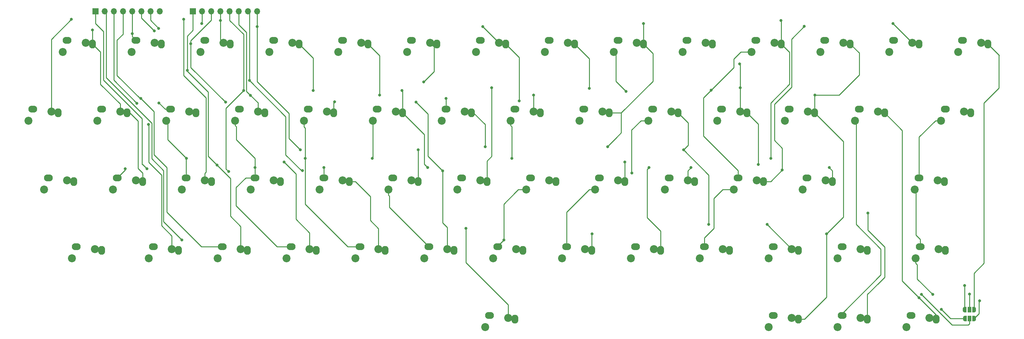
<source format=gbr>
G04 #@! TF.GenerationSoftware,KiCad,Pcbnew,7.0.6*
G04 #@! TF.CreationDate,2024-02-02T16:23:30-05:00*
G04 #@! TF.ProjectId,Galaksija-mx,47616c61-6b73-4696-9a61-2d6d782e6b69,1.0*
G04 #@! TF.SameCoordinates,Original*
G04 #@! TF.FileFunction,Copper,L2,Bot*
G04 #@! TF.FilePolarity,Positive*
%FSLAX46Y46*%
G04 Gerber Fmt 4.6, Leading zero omitted, Abs format (unit mm)*
G04 Created by KiCad (PCBNEW 7.0.6) date 2024-02-02 16:23:30*
%MOMM*%
%LPD*%
G01*
G04 APERTURE LIST*
G04 Aperture macros list*
%AMFreePoly0*
4,1,19,0.550000,-0.750000,0.000000,-0.750000,0.000000,-0.744911,-0.071157,-0.744911,-0.207708,-0.704816,-0.327430,-0.627875,-0.420627,-0.520320,-0.479746,-0.390866,-0.500000,-0.250000,-0.500000,0.250000,-0.479746,0.390866,-0.420627,0.520320,-0.327430,0.627875,-0.207708,0.704816,-0.071157,0.744911,0.000000,0.744911,0.000000,0.750000,0.550000,0.750000,0.550000,-0.750000,0.550000,-0.750000,
$1*%
%AMFreePoly1*
4,1,19,0.000000,0.744911,0.071157,0.744911,0.207708,0.704816,0.327430,0.627875,0.420627,0.520320,0.479746,0.390866,0.500000,0.250000,0.500000,-0.250000,0.479746,-0.390866,0.420627,-0.520320,0.327430,-0.627875,0.207708,-0.704816,0.071157,-0.744911,0.000000,-0.744911,0.000000,-0.750000,-0.550000,-0.750000,-0.550000,0.750000,0.000000,0.750000,0.000000,0.744911,0.000000,0.744911,
$1*%
G04 Aperture macros list end*
G04 #@! TA.AperFunction,ComponentPad*
%ADD10C,2.200000*%
G04 #@! TD*
G04 #@! TA.AperFunction,ComponentPad*
%ADD11O,1.900000X2.450000*%
G04 #@! TD*
G04 #@! TA.AperFunction,ComponentPad*
%ADD12O,2.450000X1.900000*%
G04 #@! TD*
G04 #@! TA.AperFunction,ComponentPad*
%ADD13R,1.700000X1.700000*%
G04 #@! TD*
G04 #@! TA.AperFunction,ComponentPad*
%ADD14O,1.700000X1.700000*%
G04 #@! TD*
G04 #@! TA.AperFunction,SMDPad,CuDef*
%ADD15FreePoly0,180.000000*%
G04 #@! TD*
G04 #@! TA.AperFunction,SMDPad,CuDef*
%ADD16R,1.000000X1.500000*%
G04 #@! TD*
G04 #@! TA.AperFunction,SMDPad,CuDef*
%ADD17FreePoly1,180.000000*%
G04 #@! TD*
G04 #@! TA.AperFunction,ViaPad*
%ADD18C,0.800000*%
G04 #@! TD*
G04 #@! TA.AperFunction,Conductor*
%ADD19C,0.250000*%
G04 #@! TD*
G04 APERTURE END LIST*
D10*
X179070000Y-133032500D03*
D11*
X180930000Y-133412500D03*
D10*
X172720000Y-135572500D03*
D12*
X173930000Y-132362500D03*
D10*
X295592500Y-133032500D03*
D11*
X297452500Y-133412500D03*
D10*
X289242500Y-135572500D03*
D12*
X290452500Y-132362500D03*
D10*
X152265000Y-94932500D03*
D11*
X154125000Y-95312500D03*
D10*
X145915000Y-97472500D03*
D12*
X147125000Y-94262500D03*
D10*
X281305000Y-75882500D03*
D11*
X283165000Y-76262500D03*
D10*
X274955000Y-78422500D03*
D12*
X276165000Y-75212500D03*
D10*
X128905000Y-75882500D03*
D11*
X130765000Y-76262500D03*
D10*
X122555000Y-78422500D03*
D12*
X123765000Y-75212500D03*
D10*
X305117500Y-75882500D03*
D11*
X306977500Y-76262500D03*
D10*
X298767500Y-78422500D03*
D12*
X299977500Y-75212500D03*
D10*
X124142500Y-113982500D03*
D11*
X126002500Y-114362500D03*
D10*
X117792500Y-116522500D03*
D12*
X119002500Y-113312500D03*
D10*
X228737500Y-94932500D03*
D11*
X230597500Y-95312500D03*
D10*
X222387500Y-97472500D03*
D12*
X223597500Y-94262500D03*
D10*
X143192500Y-113982500D03*
D11*
X145052500Y-114362500D03*
D10*
X136842500Y-116522500D03*
D12*
X138052500Y-113312500D03*
D10*
X64770000Y-113982500D03*
D11*
X66630000Y-114362500D03*
D10*
X58420000Y-116522500D03*
D12*
X59630000Y-113312500D03*
D10*
X271780000Y-56832500D03*
D11*
X273640000Y-57212500D03*
D10*
X265430000Y-59372500D03*
D12*
X266640000Y-56162500D03*
D10*
X157480000Y-56832500D03*
D11*
X159340000Y-57212500D03*
D10*
X151130000Y-59372500D03*
D12*
X152340000Y-56162500D03*
D10*
X109855000Y-75882500D03*
D11*
X111715000Y-76262500D03*
D10*
X103505000Y-78422500D03*
D12*
X104715000Y-75212500D03*
D10*
X81280000Y-56832500D03*
D11*
X83140000Y-57212500D03*
D10*
X74930000Y-59372500D03*
D12*
X76140000Y-56162500D03*
D10*
X86042500Y-113982500D03*
D11*
X87902500Y-114362500D03*
D10*
X79692500Y-116522500D03*
D12*
X80902500Y-113312500D03*
D10*
X186055000Y-75882500D03*
D11*
X187915000Y-76262500D03*
D10*
X179705000Y-78422500D03*
D12*
X180915000Y-75212500D03*
D10*
X266837500Y-94932500D03*
D11*
X268697500Y-95312500D03*
D10*
X260487500Y-97472500D03*
D12*
X261697500Y-94262500D03*
D10*
X247787500Y-94932500D03*
D11*
X249647500Y-95312500D03*
D10*
X241437500Y-97472500D03*
D12*
X242647500Y-94262500D03*
D10*
X162242500Y-113982500D03*
D11*
X164102500Y-114362500D03*
D10*
X155892500Y-116522500D03*
D12*
X157102500Y-113312500D03*
D10*
X290830000Y-56832500D03*
D11*
X292690000Y-57212500D03*
D10*
X284480000Y-59372500D03*
D12*
X285690000Y-56162500D03*
D10*
X100330000Y-56832500D03*
D11*
X102190000Y-57212500D03*
D10*
X93980000Y-59372500D03*
D12*
X95190000Y-56162500D03*
D10*
X205105000Y-75882500D03*
D11*
X206965000Y-76262500D03*
D10*
X198755000Y-78422500D03*
D12*
X199965000Y-75212500D03*
D10*
X219392500Y-113982500D03*
D11*
X221252500Y-114362500D03*
D10*
X213042500Y-116522500D03*
D12*
X214252500Y-113312500D03*
D10*
X200342500Y-113982500D03*
D11*
X202202500Y-114362500D03*
D10*
X193992500Y-116522500D03*
D12*
X195202500Y-113312500D03*
D10*
X95115000Y-94932500D03*
D11*
X96975000Y-95312500D03*
D10*
X88765000Y-97472500D03*
D12*
X89975000Y-94262500D03*
D10*
X243205000Y-75882500D03*
D11*
X245065000Y-76262500D03*
D10*
X236855000Y-78422500D03*
D12*
X238065000Y-75212500D03*
D10*
X52705000Y-75882500D03*
D11*
X54565000Y-76262500D03*
D10*
X46355000Y-78422500D03*
D12*
X47565000Y-75212500D03*
D10*
X76065000Y-94932500D03*
D11*
X77925000Y-95312500D03*
D10*
X69715000Y-97472500D03*
D12*
X70925000Y-94262500D03*
D10*
X119380000Y-56832500D03*
D11*
X121240000Y-57212500D03*
D10*
X113030000Y-59372500D03*
D12*
X114240000Y-56162500D03*
D10*
X257492500Y-113982500D03*
D11*
X259352500Y-114362500D03*
D10*
X251142500Y-116522500D03*
D12*
X252352500Y-113312500D03*
D10*
X209415000Y-94932500D03*
D11*
X211275000Y-95312500D03*
D10*
X203065000Y-97472500D03*
D12*
X204275000Y-94262500D03*
D10*
X276542500Y-133032500D03*
D11*
X278402500Y-133412500D03*
D10*
X270192500Y-135572500D03*
D12*
X271402500Y-132362500D03*
D10*
X190365000Y-94932500D03*
D11*
X192225000Y-95312500D03*
D10*
X184015000Y-97472500D03*
D12*
X185225000Y-94262500D03*
D13*
X64890000Y-48112500D03*
D14*
X67430000Y-48112500D03*
X69970000Y-48112500D03*
X72510000Y-48112500D03*
X75050000Y-48112500D03*
X77590000Y-48112500D03*
X80130000Y-48112500D03*
X82670000Y-48112500D03*
D10*
X167005000Y-75882500D03*
D11*
X168865000Y-76262500D03*
D10*
X160655000Y-78422500D03*
D12*
X161865000Y-75212500D03*
D10*
X147955000Y-75882500D03*
D11*
X149815000Y-76262500D03*
D10*
X141605000Y-78422500D03*
D12*
X142815000Y-75212500D03*
D10*
X298132500Y-113982500D03*
D11*
X299992500Y-114362500D03*
D10*
X291782500Y-116522500D03*
D12*
X292992500Y-113312500D03*
D10*
X297815000Y-94932500D03*
D11*
X299675000Y-95312500D03*
D10*
X291465000Y-97472500D03*
D12*
X292675000Y-94262500D03*
D10*
X214630000Y-56832500D03*
D11*
X216490000Y-57212500D03*
D10*
X208280000Y-59372500D03*
D12*
X209490000Y-56162500D03*
D10*
X224155000Y-75882500D03*
D11*
X226015000Y-76262500D03*
D10*
X217805000Y-78422500D03*
D12*
X219015000Y-75212500D03*
D10*
X176530000Y-56832500D03*
D11*
X178390000Y-57212500D03*
D10*
X170180000Y-59372500D03*
D12*
X171390000Y-56162500D03*
D10*
X238442500Y-113982500D03*
D11*
X240302500Y-114362500D03*
D10*
X232092500Y-116522500D03*
D12*
X233302500Y-113312500D03*
D10*
X133215000Y-94932500D03*
D11*
X135075000Y-95312500D03*
D10*
X126865000Y-97472500D03*
D12*
X128075000Y-94262500D03*
D13*
X91890000Y-48112500D03*
D14*
X94430000Y-48112500D03*
X96970000Y-48112500D03*
X99510000Y-48112500D03*
X102050000Y-48112500D03*
X104590000Y-48112500D03*
X107130000Y-48112500D03*
X109670000Y-48112500D03*
D10*
X261937500Y-75882500D03*
D11*
X263797500Y-76262500D03*
D10*
X255587500Y-78422500D03*
D12*
X256797500Y-75212500D03*
D10*
X138430000Y-56832500D03*
D11*
X140290000Y-57212500D03*
D10*
X132080000Y-59372500D03*
D12*
X133290000Y-56162500D03*
D10*
X233680000Y-56832500D03*
D11*
X235540000Y-57212500D03*
D10*
X227330000Y-59372500D03*
D12*
X228540000Y-56162500D03*
D10*
X57015000Y-94932500D03*
D11*
X58875000Y-95312500D03*
D10*
X50665000Y-97472500D03*
D12*
X51875000Y-94262500D03*
D10*
X309880000Y-56832500D03*
D11*
X311740000Y-57212500D03*
D10*
X303530000Y-59372500D03*
D12*
X304740000Y-56162500D03*
D10*
X195580000Y-56832500D03*
D11*
X197440000Y-57212500D03*
D10*
X189230000Y-59372500D03*
D12*
X190440000Y-56162500D03*
D10*
X105092500Y-113982500D03*
D11*
X106952500Y-114362500D03*
D10*
X98742500Y-116522500D03*
D12*
X99952500Y-113312500D03*
D10*
X114165000Y-94932500D03*
D11*
X116025000Y-95312500D03*
D10*
X107815000Y-97472500D03*
D12*
X109025000Y-94262500D03*
D10*
X90805000Y-75882500D03*
D11*
X92665000Y-76262500D03*
D10*
X84455000Y-78422500D03*
D12*
X85665000Y-75212500D03*
D10*
X276542500Y-113982500D03*
D11*
X278402500Y-114362500D03*
D10*
X270192500Y-116522500D03*
D12*
X271402500Y-113312500D03*
D10*
X252730000Y-56832500D03*
D11*
X254590000Y-57212500D03*
D10*
X246380000Y-59372500D03*
D12*
X247590000Y-56162500D03*
D10*
X171315000Y-94932500D03*
D11*
X173175000Y-95312500D03*
D10*
X164965000Y-97472500D03*
D12*
X166175000Y-94262500D03*
D10*
X62230000Y-56832500D03*
D11*
X64090000Y-57212500D03*
D10*
X55880000Y-59372500D03*
D12*
X57090000Y-56162500D03*
D10*
X71755000Y-75882500D03*
D11*
X73615000Y-76262500D03*
D10*
X65405000Y-78422500D03*
D12*
X66615000Y-75212500D03*
D10*
X181292500Y-113982500D03*
D11*
X183152500Y-114362500D03*
D10*
X174942500Y-116522500D03*
D12*
X176152500Y-113312500D03*
D10*
X257492500Y-133032500D03*
D11*
X259352500Y-133412500D03*
D10*
X251142500Y-135572500D03*
D12*
X252352500Y-132362500D03*
D15*
X307930000Y-130772500D03*
D16*
X306630000Y-130772500D03*
D17*
X305330000Y-130772500D03*
D15*
X307960000Y-133252500D03*
D16*
X306660000Y-133252500D03*
D17*
X305360000Y-133252500D03*
D18*
X213230000Y-92932500D03*
X88830000Y-111512500D03*
X177830000Y-111512500D03*
X285490000Y-51512500D03*
X216490000Y-51512500D03*
X172690000Y-85662500D03*
X206540000Y-85662500D03*
X64090000Y-53282500D03*
X94290000Y-51512500D03*
X76390000Y-73612500D03*
X82490000Y-73512500D03*
X180090000Y-88912500D03*
X90090000Y-88912500D03*
X122890000Y-88912500D03*
X141490000Y-88912500D03*
X298860000Y-130692500D03*
X77490000Y-72312500D03*
X161890000Y-72312500D03*
X75050000Y-54312500D03*
X235190000Y-70012500D03*
X81180000Y-53588000D03*
X211670000Y-70312500D03*
X91290000Y-57112500D03*
X153590000Y-73312500D03*
X131090000Y-73188000D03*
X100890000Y-73312500D03*
X160940000Y-92332500D03*
X260970000Y-52332500D03*
X79590000Y-79462500D03*
X254862500Y-92112500D03*
X305280000Y-124102500D03*
X117094000Y-89887500D03*
X254490000Y-50712500D03*
X89290000Y-50387500D03*
X211330000Y-89887500D03*
X251690000Y-88912500D03*
X58240000Y-50387500D03*
X99510000Y-50712500D03*
X267830000Y-91437000D03*
X101730000Y-92512500D03*
X149690000Y-70112500D03*
X156830000Y-91437000D03*
X105890000Y-70112500D03*
X125090000Y-70112500D03*
X229630000Y-91437000D03*
X278520000Y-104012500D03*
X218030000Y-91437500D03*
X107790000Y-71412500D03*
X263890000Y-71312500D03*
X202230000Y-109787500D03*
X143490000Y-71312500D03*
X186090000Y-71312500D03*
X267090000Y-109787500D03*
X155680000Y-67712500D03*
X107490000Y-67312500D03*
X292705000Y-127507500D03*
X122130000Y-92282500D03*
X167360000Y-108262500D03*
X121590000Y-86512500D03*
X250690000Y-107132500D03*
X182090000Y-72912500D03*
X154130000Y-86512500D03*
X234530000Y-107132500D03*
X227530000Y-86512500D03*
X172040000Y-52342500D03*
X109670000Y-52342500D03*
X174480000Y-69312500D03*
X201490000Y-69512500D03*
X98530000Y-90732500D03*
X90290000Y-64512500D03*
X243090000Y-62712500D03*
X243205000Y-69312500D03*
X248230000Y-90588000D03*
X73130000Y-91732500D03*
X128070000Y-91437000D03*
X79130000Y-91712500D03*
X109025000Y-91437000D03*
X296480000Y-126542500D03*
X309420000Y-128302500D03*
X82400000Y-52863500D03*
X306630000Y-126502500D03*
X293320000Y-126512500D03*
D19*
X176152500Y-113190000D02*
X177830000Y-111512500D01*
X213200000Y-92902500D02*
X213230000Y-92932500D01*
X176152500Y-113312500D02*
X176152500Y-113190000D01*
X67890000Y-48572500D02*
X67890000Y-66512500D01*
X177830000Y-101532500D02*
X181030000Y-98332500D01*
X67890000Y-66512500D02*
X80490000Y-79112500D01*
X83730000Y-92232500D02*
X83730000Y-99032500D01*
X80490000Y-88992500D02*
X83730000Y-92232500D01*
X86230000Y-108932500D02*
X88810000Y-111512500D01*
X184015000Y-97472500D02*
X181890000Y-97472500D01*
X213200000Y-81002500D02*
X213200000Y-92902500D01*
X201509366Y-97472500D02*
X195202500Y-103779366D01*
X67430000Y-48112500D02*
X67890000Y-48572500D01*
X80490000Y-79112500D02*
X80490000Y-88992500D01*
X181890000Y-97472500D02*
X181030000Y-98332500D01*
X83730000Y-106432500D02*
X83730000Y-99032500D01*
X86230000Y-108932500D02*
X83730000Y-106432500D01*
X217805000Y-78422500D02*
X215780000Y-78422500D01*
X177830000Y-111512500D02*
X177830000Y-101532500D01*
X203065000Y-97472500D02*
X201509366Y-97472500D01*
X88810000Y-111512500D02*
X88830000Y-111512500D01*
X195202500Y-103779366D02*
X195202500Y-113312500D01*
X215780000Y-78422500D02*
X213200000Y-81002500D01*
X210340000Y-81762500D02*
X208990000Y-83112500D01*
X73615000Y-76262500D02*
X74390000Y-76262500D01*
X168865000Y-76262500D02*
X169440000Y-76262500D01*
X66290000Y-59412500D02*
X66290000Y-68362500D01*
X216490000Y-57212500D02*
X216490000Y-51512500D01*
X94430000Y-51372500D02*
X94290000Y-51512500D01*
X210340000Y-76262500D02*
X210340000Y-81762500D01*
X290830000Y-56832500D02*
X285510000Y-51512500D01*
X64090000Y-53282500D02*
X64090000Y-57212500D01*
X210340000Y-76262500D02*
X219090000Y-67512500D01*
X285510000Y-51512500D02*
X285490000Y-51512500D01*
X219090000Y-59812500D02*
X216490000Y-57212500D01*
X206540000Y-85562500D02*
X206540000Y-85662500D01*
X208990000Y-83112500D02*
X206540000Y-85562500D01*
X71755000Y-73827500D02*
X71755000Y-75882500D01*
X94430000Y-48112500D02*
X94430000Y-51372500D01*
X219090000Y-67512500D02*
X219090000Y-59812500D01*
X74390000Y-76262500D02*
X76690000Y-78562500D01*
X76690000Y-78562500D02*
X76690000Y-91697500D01*
X172690000Y-79512500D02*
X172690000Y-85662500D01*
X76690000Y-91697500D02*
X77925000Y-92932500D01*
X64090000Y-57212500D02*
X66290000Y-59412500D01*
X169440000Y-76262500D02*
X172690000Y-79512500D01*
X206965000Y-76262500D02*
X210340000Y-76262500D01*
X77925000Y-92932500D02*
X77925000Y-95312500D01*
X66290000Y-68362500D02*
X71755000Y-73827500D01*
X122890000Y-80512500D02*
X122555000Y-80177500D01*
X134690000Y-113312500D02*
X138052500Y-113312500D01*
X122890000Y-88912500D02*
X122910000Y-88932500D01*
X180090000Y-80112500D02*
X180090000Y-88912500D01*
X89975000Y-89027500D02*
X89975000Y-94262500D01*
X179705000Y-79727500D02*
X180090000Y-80112500D01*
X122555000Y-80177500D02*
X122555000Y-78422500D01*
X141605000Y-88797500D02*
X141490000Y-88912500D01*
X82490000Y-73512500D02*
X84190000Y-75212500D01*
X84890000Y-80112500D02*
X84890000Y-83712500D01*
X122910000Y-88932500D02*
X122910000Y-101532500D01*
X122910000Y-101532500D02*
X134690000Y-113312500D01*
X84890000Y-83712500D02*
X90090000Y-88912500D01*
X122890000Y-88912500D02*
X122890000Y-80512500D01*
X69970000Y-67192500D02*
X76390000Y-73612500D01*
X84890000Y-78857500D02*
X84890000Y-80112500D01*
X69970000Y-48112500D02*
X69970000Y-67192500D01*
X141605000Y-78422500D02*
X141605000Y-88797500D01*
X90090000Y-88912500D02*
X89975000Y-89027500D01*
X84190000Y-75212500D02*
X85665000Y-75212500D01*
X84455000Y-78422500D02*
X84890000Y-78857500D01*
X179705000Y-78422500D02*
X179705000Y-79727500D01*
X282130000Y-121132500D02*
X271402500Y-131860000D01*
X274955000Y-78422500D02*
X275290000Y-78757500D01*
X301430000Y-133262500D02*
X298860000Y-130692500D01*
X305360000Y-133252500D02*
X305350000Y-133262500D01*
X72510000Y-54492500D02*
X70890000Y-56112500D01*
X70890000Y-65912500D02*
X77290000Y-72312500D01*
X161865000Y-72337500D02*
X161890000Y-72312500D01*
X94210000Y-113312500D02*
X99952500Y-113312500D01*
X81090000Y-87892500D02*
X84630000Y-91432500D01*
X72510000Y-48112500D02*
X72510000Y-54492500D01*
X282130000Y-114032500D02*
X282130000Y-121132500D01*
X305350000Y-133262500D02*
X301430000Y-133262500D01*
X81090000Y-75912500D02*
X81090000Y-87892500D01*
X271402500Y-131860000D02*
X271402500Y-132362500D01*
X84630000Y-91432500D02*
X84630000Y-103732500D01*
X84630000Y-103732500D02*
X94210000Y-113312500D01*
X275290000Y-78757500D02*
X275290000Y-107192500D01*
X275290000Y-107192500D02*
X282130000Y-114032500D01*
X70890000Y-56112500D02*
X70890000Y-65912500D01*
X77290000Y-72312500D02*
X77490000Y-72312500D01*
X77490000Y-72312500D02*
X81090000Y-75912500D01*
X161865000Y-75212500D02*
X161865000Y-72337500D01*
X75050000Y-48112500D02*
X75050000Y-55072500D01*
X75050000Y-55072500D02*
X76140000Y-56162500D01*
X238390000Y-97472500D02*
X241437500Y-97472500D01*
X235930000Y-108232500D02*
X235930000Y-99932500D01*
X235930000Y-99932500D02*
X238390000Y-97472500D01*
X208890000Y-64852500D02*
X208890000Y-59982500D01*
X77590000Y-48112500D02*
X77590000Y-49998000D01*
X208890000Y-64852500D02*
X208890000Y-67532500D01*
X208890000Y-67532500D02*
X211670000Y-70312500D01*
X243430000Y-59372500D02*
X241490000Y-61312500D01*
X241490000Y-61312500D02*
X241490000Y-63712500D01*
X246380000Y-59372500D02*
X243430000Y-59372500D01*
X77590000Y-49998000D02*
X81180000Y-53588000D01*
X233090000Y-82692500D02*
X242647500Y-92250000D01*
X208890000Y-59982500D02*
X208280000Y-59372500D01*
X233302500Y-113312500D02*
X233302500Y-110860000D01*
X241490000Y-63712500D02*
X233090000Y-72112500D01*
X233302500Y-110860000D02*
X235930000Y-108232500D01*
X242647500Y-92250000D02*
X242647500Y-94262500D01*
X233090000Y-72112500D02*
X233090000Y-82692500D01*
X130765000Y-73513000D02*
X131090000Y-73188000D01*
X307930000Y-120692500D02*
X310670000Y-117952500D01*
X249647500Y-95312500D02*
X251662500Y-95312500D01*
X160940000Y-96582500D02*
X160940000Y-92332500D01*
X83230000Y-107532500D02*
X86042500Y-110345000D01*
X310670000Y-117952500D02*
X310670000Y-73512500D01*
X254862500Y-92112500D02*
X254862500Y-86085000D01*
X257490000Y-56882500D02*
X257490000Y-55812500D01*
X100880000Y-73312500D02*
X100890000Y-73312500D01*
X252690000Y-73912500D02*
X257490000Y-69112500D01*
X307930000Y-130772500D02*
X307930000Y-120692500D01*
X86042500Y-110345000D02*
X86042500Y-113982500D01*
X83230000Y-93532500D02*
X83230000Y-107532500D01*
X162242500Y-113982500D02*
X162242500Y-108045000D01*
X162242500Y-108045000D02*
X160930000Y-106732500D01*
X160930000Y-106732500D02*
X160930000Y-96592500D01*
X96970000Y-48112500D02*
X96970000Y-50632500D01*
X96970000Y-50632500D02*
X91290000Y-56312500D01*
X257490000Y-55812500D02*
X260970000Y-52332500D01*
X156870000Y-76592500D02*
X153590000Y-73312500D01*
X79690000Y-79562500D02*
X79690000Y-89992500D01*
X91290000Y-57112500D02*
X91290000Y-63722500D01*
X252690000Y-83912500D02*
X252690000Y-73912500D01*
X130765000Y-76262500D02*
X130765000Y-73513000D01*
X310670000Y-73512500D02*
X314790000Y-69392500D01*
X314790000Y-69392500D02*
X314790000Y-60472500D01*
X91290000Y-63722500D02*
X100880000Y-73312500D01*
X156870000Y-88262500D02*
X156870000Y-76592500D01*
X251662500Y-95312500D02*
X254862500Y-92112500D01*
X314790000Y-60472500D02*
X314895000Y-60367500D01*
X254862500Y-86085000D02*
X252690000Y-83912500D01*
X257490000Y-69112500D02*
X257490000Y-56882500D01*
X314895000Y-60367500D02*
X311740000Y-57212500D01*
X160930000Y-96592500D02*
X160940000Y-96582500D01*
X156870000Y-88262500D02*
X160940000Y-92332500D01*
X91290000Y-56312500D02*
X91290000Y-57112500D01*
X79690000Y-89992500D02*
X83230000Y-93532500D01*
X79590000Y-79462500D02*
X79690000Y-79562500D01*
X254590000Y-57212500D02*
X256890000Y-59512500D01*
X120365000Y-105747500D02*
X120365000Y-93158500D01*
X305330000Y-130772500D02*
X305330000Y-124152500D01*
X251690000Y-73532500D02*
X251690000Y-88912500D01*
X254590000Y-50812500D02*
X254490000Y-50712500D01*
X95490000Y-92657500D02*
X95115000Y-93032500D01*
X99510000Y-50712500D02*
X99510000Y-48112500D01*
X211275000Y-89942500D02*
X211330000Y-89887500D01*
X256890000Y-59512500D02*
X256890000Y-68332500D01*
X89290000Y-65912500D02*
X95490000Y-72112500D01*
X124142500Y-113982500D02*
X124142500Y-109525000D01*
X99490000Y-55992500D02*
X100330000Y-56832500D01*
X99490000Y-50732500D02*
X99490000Y-55992500D01*
X89290000Y-50387500D02*
X89290000Y-65912500D01*
X99510000Y-50712500D02*
X99490000Y-50732500D01*
X254590000Y-57212500D02*
X254590000Y-50812500D01*
X305330000Y-124152500D02*
X305280000Y-124102500D01*
X95490000Y-72112500D02*
X95490000Y-92657500D01*
X52705000Y-75882500D02*
X52705000Y-55922500D01*
X256890000Y-68332500D02*
X251690000Y-73532500D01*
X95115000Y-93032500D02*
X95115000Y-94932500D01*
X211275000Y-95312500D02*
X211275000Y-89942500D01*
X120365000Y-93158500D02*
X117094000Y-89887500D01*
X124142500Y-109525000D02*
X120365000Y-105747500D01*
X52705000Y-55922500D02*
X58240000Y-50387500D01*
X105890000Y-54512500D02*
X105890000Y-70112500D01*
X283200000Y-113422500D02*
X278580000Y-108802500D01*
X155840000Y-90447000D02*
X156830000Y-91437000D01*
X268697500Y-95312500D02*
X268697500Y-92304500D01*
X221252500Y-109055000D02*
X217530000Y-105332500D01*
X125090000Y-61062500D02*
X125090000Y-70112500D01*
X121240000Y-57212500D02*
X125090000Y-61062500D01*
X278580000Y-108802500D02*
X278520000Y-108802500D01*
X101010000Y-86832500D02*
X101010000Y-91792500D01*
X101010000Y-74992500D02*
X101010000Y-86832500D01*
X149815000Y-76262500D02*
X155840000Y-82287500D01*
X101010000Y-91792500D02*
X101730000Y-92512500D01*
X278402500Y-126580000D02*
X281580000Y-123402500D01*
X101490000Y-74512500D02*
X101010000Y-74992500D01*
X155840000Y-82287500D02*
X155840000Y-90447000D01*
X278520000Y-108802500D02*
X278520000Y-104012500D01*
X102050000Y-50672500D02*
X105890000Y-54512500D01*
X217530000Y-91937500D02*
X218030000Y-91437500D01*
X228737500Y-94932500D02*
X228737500Y-92329500D01*
X228737500Y-92329500D02*
X229630000Y-91437000D01*
X268697500Y-92304500D02*
X267830000Y-91437000D01*
X283200000Y-121782500D02*
X283200000Y-113422500D01*
X278402500Y-133412500D02*
X278402500Y-126580000D01*
X281580000Y-123402500D02*
X283200000Y-121782500D01*
X149690000Y-70112500D02*
X149815000Y-70237500D01*
X221252500Y-114362500D02*
X221252500Y-109055000D01*
X102050000Y-48112500D02*
X102050000Y-50672500D01*
X217530000Y-105332500D02*
X217530000Y-91937500D01*
X149815000Y-70237500D02*
X149815000Y-76262500D01*
X105890000Y-70112500D02*
X101490000Y-74512500D01*
X270550000Y-71312500D02*
X276130000Y-65732500D01*
X276130000Y-59702500D02*
X273640000Y-57212500D01*
X202202500Y-114362500D02*
X202202500Y-109815000D01*
X106690000Y-53972500D02*
X106690000Y-70312500D01*
X276130000Y-65732500D02*
X276130000Y-59702500D01*
X267090000Y-127312500D02*
X260990000Y-133412500D01*
X104590000Y-48112500D02*
X104590000Y-51872500D01*
X140290000Y-57212500D02*
X143490000Y-60412500D01*
X202202500Y-109815000D02*
X202230000Y-109787500D01*
X104590000Y-51872500D02*
X106690000Y-53972500D01*
X271730000Y-84195000D02*
X271730000Y-105147500D01*
X109855000Y-73477500D02*
X109855000Y-75882500D01*
X260990000Y-133412500D02*
X259352500Y-133412500D01*
X186090000Y-71312500D02*
X186055000Y-71347500D01*
X271730000Y-105147500D02*
X267090000Y-109787500D01*
X263797500Y-76262500D02*
X271730000Y-84195000D01*
X263797500Y-71405000D02*
X263890000Y-71312500D01*
X106690000Y-70312500D02*
X107790000Y-71412500D01*
X186055000Y-71347500D02*
X186055000Y-75882500D01*
X263890000Y-71312500D02*
X270550000Y-71312500D01*
X143490000Y-60412500D02*
X143490000Y-71312500D01*
X263797500Y-76262500D02*
X263797500Y-71405000D01*
X107790000Y-71412500D02*
X109855000Y-73477500D01*
X267090000Y-109787500D02*
X267090000Y-127312500D01*
X157480000Y-56832500D02*
X158579999Y-57932499D01*
X297452500Y-132255000D02*
X294310000Y-129112500D01*
X158579999Y-64242500D02*
X158579999Y-64812501D01*
X297452500Y-133412500D02*
X297452500Y-132255000D01*
X292705000Y-127507500D02*
X294310000Y-129112500D01*
X136830000Y-95312500D02*
X140940000Y-99422500D01*
X117540000Y-77362500D02*
X107490000Y-67312500D01*
X283165000Y-76262500D02*
X283165000Y-76287500D01*
X143192500Y-108325000D02*
X143192500Y-113982500D01*
X140940000Y-99422500D02*
X140940000Y-106072500D01*
X117540000Y-87912500D02*
X117540000Y-77362500D01*
X135075000Y-95312500D02*
X136830000Y-95312500D01*
X158579999Y-57932499D02*
X158579999Y-64242500D01*
X283165000Y-76287500D02*
X288020000Y-81142500D01*
X158579999Y-64812501D02*
X155680000Y-67712500D01*
X140940000Y-106072500D02*
X143192500Y-108325000D01*
X117540000Y-87912500D02*
X121910000Y-92282500D01*
X121910000Y-92282500D02*
X122130000Y-92282500D01*
X107490000Y-65112500D02*
X107490000Y-67312500D01*
X288020000Y-81142500D02*
X288020000Y-122822500D01*
X107130000Y-48112500D02*
X107490000Y-48472500D01*
X107490000Y-48472500D02*
X107490000Y-65112500D01*
X288020000Y-122822500D02*
X292705000Y-127507500D01*
X234530000Y-93512500D02*
X234530000Y-107132500D01*
X154125000Y-86517500D02*
X154130000Y-86512500D01*
X179070000Y-129452500D02*
X167360000Y-117742500D01*
X118440000Y-76385088D02*
X118440000Y-83362500D01*
X250690000Y-107180000D02*
X250690000Y-107132500D01*
X109670000Y-67615088D02*
X118440000Y-76385088D01*
X179070000Y-133032500D02*
X179070000Y-129452500D01*
X227530000Y-86512500D02*
X234530000Y-93512500D01*
X178390000Y-57212500D02*
X182090000Y-60912500D01*
X118440000Y-83362500D02*
X121590000Y-86512500D01*
X176530000Y-56832500D02*
X172040000Y-52342500D01*
X257492500Y-113982500D02*
X250690000Y-107180000D01*
X182090000Y-60912500D02*
X182090000Y-72912500D01*
X154125000Y-95312500D02*
X154125000Y-86517500D01*
X228807500Y-79055000D02*
X228807500Y-85235000D01*
X228807500Y-85235000D02*
X227530000Y-86512500D01*
X167360000Y-108262500D02*
X167360000Y-117742500D01*
X226015000Y-76262500D02*
X228807500Y-79055000D01*
X109670000Y-48112500D02*
X109670000Y-67615088D01*
X90290000Y-64512500D02*
X90290000Y-64712500D01*
X102230000Y-104870000D02*
X105092500Y-107732500D01*
X102230000Y-94432500D02*
X102230000Y-104870000D01*
X96090000Y-88292500D02*
X98530000Y-90732500D01*
X173175000Y-95312500D02*
X173175000Y-89607500D01*
X201490000Y-61262500D02*
X201490000Y-69512500D01*
X173175000Y-89607500D02*
X174480000Y-88302500D01*
X243205000Y-75882500D02*
X243205000Y-69312500D01*
X248230000Y-79427500D02*
X245065000Y-76262500D01*
X90290000Y-64712500D02*
X96090000Y-70512500D01*
X248230000Y-90588000D02*
X248230000Y-79427500D01*
X96090000Y-83532500D02*
X96090000Y-88292500D01*
X96090000Y-70512500D02*
X96090000Y-83532500D01*
X243205000Y-62827500D02*
X243090000Y-62712500D01*
X197440000Y-57212500D02*
X201490000Y-61262500D01*
X243205000Y-69312500D02*
X243205000Y-62827500D01*
X98530000Y-90732500D02*
X102230000Y-94432500D01*
X105092500Y-107732500D02*
X105092500Y-113982500D01*
X91890000Y-53432500D02*
X90290000Y-55032500D01*
X90290000Y-55032500D02*
X90290000Y-64512500D01*
X174480000Y-88302500D02*
X174480000Y-69312500D01*
X91890000Y-48112500D02*
X91890000Y-53432500D01*
X103505000Y-79727500D02*
X103890000Y-80112500D01*
X145915000Y-97472500D02*
X145915000Y-99017500D01*
X109025000Y-88867500D02*
X109025000Y-91342500D01*
X145915000Y-99017500D02*
X146230000Y-99332500D01*
X109025000Y-91342500D02*
X109025000Y-91437000D01*
X115110000Y-113312500D02*
X119002500Y-113312500D01*
X73130000Y-92057500D02*
X70925000Y-94262500D01*
X109025000Y-94262500D02*
X106500000Y-94262500D01*
X103505000Y-78422500D02*
X103505000Y-79727500D01*
X73130000Y-91732500D02*
X73130000Y-92057500D01*
X67090000Y-67162500D02*
X77830000Y-77902500D01*
X103830000Y-102032500D02*
X115110000Y-113312500D01*
X64890000Y-51522500D02*
X67090000Y-53722500D01*
X77950000Y-90532500D02*
X79130000Y-91712500D01*
X109025000Y-91342500D02*
X109025000Y-94262500D01*
X103830000Y-96932500D02*
X103830000Y-102032500D01*
X128075000Y-91442000D02*
X128070000Y-91437000D01*
X146230000Y-99332500D02*
X146230000Y-102440000D01*
X128075000Y-94262500D02*
X128075000Y-91442000D01*
X106500000Y-94262500D02*
X103830000Y-96932500D01*
X67090000Y-53722500D02*
X67090000Y-67162500D01*
X103890000Y-80112500D02*
X103890000Y-83732500D01*
X77830000Y-90532500D02*
X77950000Y-90532500D01*
X77830000Y-77902500D02*
X77830000Y-90532500D01*
X146230000Y-102440000D02*
X157102500Y-113312500D01*
X64890000Y-48112500D02*
X64890000Y-51522500D01*
X103890000Y-83732500D02*
X109025000Y-88867500D01*
X309300000Y-131912500D02*
X309300000Y-128302500D01*
X309300000Y-128302500D02*
X309420000Y-128302500D01*
X291830000Y-110142500D02*
X292992500Y-111305000D01*
X292992500Y-111305000D02*
X292992500Y-113312500D01*
X80130000Y-48112500D02*
X80130000Y-50593500D01*
X292675000Y-82959366D02*
X292675000Y-94262500D01*
X298767500Y-78422500D02*
X297211866Y-78422500D01*
X291782500Y-117915000D02*
X292210000Y-118342500D01*
X291782500Y-116522500D02*
X291782500Y-117915000D01*
X297211866Y-78422500D02*
X292675000Y-82959366D01*
X291465000Y-97472500D02*
X291830000Y-97837500D01*
X292210000Y-122272500D02*
X296480000Y-126542500D01*
X292210000Y-118342500D02*
X292210000Y-122272500D01*
X307960000Y-133252500D02*
X309300000Y-131912500D01*
X291830000Y-97837500D02*
X291830000Y-110142500D01*
X80130000Y-50593500D02*
X82400000Y-52863500D01*
X306630000Y-130772500D02*
X306630000Y-126502500D01*
X306660000Y-133252500D02*
X306660000Y-134702500D01*
X301820000Y-135012500D02*
X293320000Y-126512500D01*
X306660000Y-134702500D02*
X306350000Y-135012500D01*
X306350000Y-135012500D02*
X301820000Y-135012500D01*
M02*

</source>
